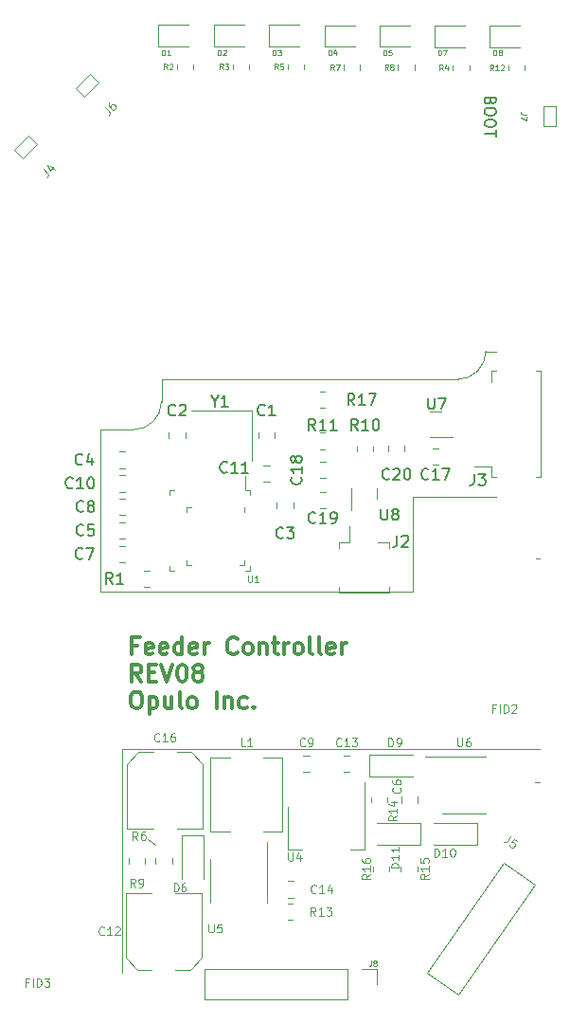
<source format=gbr>
G04 #@! TF.GenerationSoftware,KiCad,Pcbnew,(6.0.1-0)*
G04 #@! TF.CreationDate,2022-10-06T15:49:35-04:00*
G04 #@! TF.ProjectId,mobo,6d6f626f-2e6b-4696-9361-645f70636258,rev?*
G04 #@! TF.SameCoordinates,Original*
G04 #@! TF.FileFunction,Legend,Top*
G04 #@! TF.FilePolarity,Positive*
%FSLAX46Y46*%
G04 Gerber Fmt 4.6, Leading zero omitted, Abs format (unit mm)*
G04 Created by KiCad (PCBNEW (6.0.1-0)) date 2022-10-06 15:49:35*
%MOMM*%
%LPD*%
G01*
G04 APERTURE LIST*
%ADD10C,0.200000*%
%ADD11C,0.120000*%
%ADD12C,0.300000*%
%ADD13C,0.100000*%
%ADD14C,0.150000*%
G04 APERTURE END LIST*
D10*
X127221428Y-38142857D02*
X127173809Y-38285714D01*
X127126190Y-38333333D01*
X127030952Y-38380952D01*
X126888095Y-38380952D01*
X126792857Y-38333333D01*
X126745238Y-38285714D01*
X126697619Y-38190476D01*
X126697619Y-37809523D01*
X127697619Y-37809523D01*
X127697619Y-38142857D01*
X127650000Y-38238095D01*
X127602380Y-38285714D01*
X127507142Y-38333333D01*
X127411904Y-38333333D01*
X127316666Y-38285714D01*
X127269047Y-38238095D01*
X127221428Y-38142857D01*
X127221428Y-37809523D01*
X127697619Y-39000000D02*
X127697619Y-39190476D01*
X127650000Y-39285714D01*
X127554761Y-39380952D01*
X127364285Y-39428571D01*
X127030952Y-39428571D01*
X126840476Y-39380952D01*
X126745238Y-39285714D01*
X126697619Y-39190476D01*
X126697619Y-39000000D01*
X126745238Y-38904761D01*
X126840476Y-38809523D01*
X127030952Y-38761904D01*
X127364285Y-38761904D01*
X127554761Y-38809523D01*
X127650000Y-38904761D01*
X127697619Y-39000000D01*
X127697619Y-40047619D02*
X127697619Y-40238095D01*
X127650000Y-40333333D01*
X127554761Y-40428571D01*
X127364285Y-40476190D01*
X127030952Y-40476190D01*
X126840476Y-40428571D01*
X126745238Y-40333333D01*
X126697619Y-40238095D01*
X126697619Y-40047619D01*
X126745238Y-39952380D01*
X126840476Y-39857142D01*
X127030952Y-39809523D01*
X127364285Y-39809523D01*
X127554761Y-39857142D01*
X127650000Y-39952380D01*
X127697619Y-40047619D01*
X127697619Y-40761904D02*
X127697619Y-41333333D01*
X126697619Y-41047619D02*
X127697619Y-41047619D01*
D11*
X94300000Y-96000000D02*
X131600000Y-96000000D01*
X96600000Y-104100000D02*
X97250000Y-104600000D01*
X124300000Y-63000000D02*
G75*
G03*
X126800000Y-60500000I0J2500000D01*
G01*
X131200000Y-99000000D02*
X131600000Y-99000000D01*
X127700000Y-73500000D02*
X120300000Y-73500000D01*
X97800000Y-63000000D02*
X97800000Y-65000000D01*
X127700000Y-60500000D02*
X126800000Y-60500000D01*
X95300000Y-67500000D02*
G75*
G03*
X97800000Y-65000000I0J2500000D01*
G01*
X92300000Y-82000000D02*
X92300000Y-67500000D01*
X94300000Y-116000000D02*
X94300000Y-96000000D01*
X104300000Y-96000000D02*
X112300000Y-96000000D01*
X95300000Y-67500000D02*
X92300000Y-67500000D01*
X120300000Y-82000000D02*
X92300000Y-82000000D01*
X124300000Y-63000000D02*
X97800000Y-63000000D01*
X120300000Y-82000000D02*
X120300000Y-73500000D01*
X131300000Y-79000000D02*
X131600000Y-79000000D01*
D12*
X95652142Y-86777857D02*
X95152142Y-86777857D01*
X95152142Y-87563571D02*
X95152142Y-86063571D01*
X95866428Y-86063571D01*
X97009285Y-87492142D02*
X96866428Y-87563571D01*
X96580714Y-87563571D01*
X96437857Y-87492142D01*
X96366428Y-87349285D01*
X96366428Y-86777857D01*
X96437857Y-86635000D01*
X96580714Y-86563571D01*
X96866428Y-86563571D01*
X97009285Y-86635000D01*
X97080714Y-86777857D01*
X97080714Y-86920714D01*
X96366428Y-87063571D01*
X98295000Y-87492142D02*
X98152142Y-87563571D01*
X97866428Y-87563571D01*
X97723571Y-87492142D01*
X97652142Y-87349285D01*
X97652142Y-86777857D01*
X97723571Y-86635000D01*
X97866428Y-86563571D01*
X98152142Y-86563571D01*
X98295000Y-86635000D01*
X98366428Y-86777857D01*
X98366428Y-86920714D01*
X97652142Y-87063571D01*
X99652142Y-87563571D02*
X99652142Y-86063571D01*
X99652142Y-87492142D02*
X99509285Y-87563571D01*
X99223571Y-87563571D01*
X99080714Y-87492142D01*
X99009285Y-87420714D01*
X98937857Y-87277857D01*
X98937857Y-86849285D01*
X99009285Y-86706428D01*
X99080714Y-86635000D01*
X99223571Y-86563571D01*
X99509285Y-86563571D01*
X99652142Y-86635000D01*
X100937857Y-87492142D02*
X100795000Y-87563571D01*
X100509285Y-87563571D01*
X100366428Y-87492142D01*
X100295000Y-87349285D01*
X100295000Y-86777857D01*
X100366428Y-86635000D01*
X100509285Y-86563571D01*
X100795000Y-86563571D01*
X100937857Y-86635000D01*
X101009285Y-86777857D01*
X101009285Y-86920714D01*
X100295000Y-87063571D01*
X101652142Y-87563571D02*
X101652142Y-86563571D01*
X101652142Y-86849285D02*
X101723571Y-86706428D01*
X101795000Y-86635000D01*
X101937857Y-86563571D01*
X102080714Y-86563571D01*
X104580714Y-87420714D02*
X104509285Y-87492142D01*
X104295000Y-87563571D01*
X104152142Y-87563571D01*
X103937857Y-87492142D01*
X103795000Y-87349285D01*
X103723571Y-87206428D01*
X103652142Y-86920714D01*
X103652142Y-86706428D01*
X103723571Y-86420714D01*
X103795000Y-86277857D01*
X103937857Y-86135000D01*
X104152142Y-86063571D01*
X104295000Y-86063571D01*
X104509285Y-86135000D01*
X104580714Y-86206428D01*
X105437857Y-87563571D02*
X105295000Y-87492142D01*
X105223571Y-87420714D01*
X105152142Y-87277857D01*
X105152142Y-86849285D01*
X105223571Y-86706428D01*
X105295000Y-86635000D01*
X105437857Y-86563571D01*
X105652142Y-86563571D01*
X105795000Y-86635000D01*
X105866428Y-86706428D01*
X105937857Y-86849285D01*
X105937857Y-87277857D01*
X105866428Y-87420714D01*
X105795000Y-87492142D01*
X105652142Y-87563571D01*
X105437857Y-87563571D01*
X106580714Y-86563571D02*
X106580714Y-87563571D01*
X106580714Y-86706428D02*
X106652142Y-86635000D01*
X106795000Y-86563571D01*
X107009285Y-86563571D01*
X107152142Y-86635000D01*
X107223571Y-86777857D01*
X107223571Y-87563571D01*
X107723571Y-86563571D02*
X108295000Y-86563571D01*
X107937857Y-86063571D02*
X107937857Y-87349285D01*
X108009285Y-87492142D01*
X108152142Y-87563571D01*
X108295000Y-87563571D01*
X108795000Y-87563571D02*
X108795000Y-86563571D01*
X108795000Y-86849285D02*
X108866428Y-86706428D01*
X108937857Y-86635000D01*
X109080714Y-86563571D01*
X109223571Y-86563571D01*
X109937857Y-87563571D02*
X109795000Y-87492142D01*
X109723571Y-87420714D01*
X109652142Y-87277857D01*
X109652142Y-86849285D01*
X109723571Y-86706428D01*
X109795000Y-86635000D01*
X109937857Y-86563571D01*
X110152142Y-86563571D01*
X110295000Y-86635000D01*
X110366428Y-86706428D01*
X110437857Y-86849285D01*
X110437857Y-87277857D01*
X110366428Y-87420714D01*
X110295000Y-87492142D01*
X110152142Y-87563571D01*
X109937857Y-87563571D01*
X111295000Y-87563571D02*
X111152142Y-87492142D01*
X111080714Y-87349285D01*
X111080714Y-86063571D01*
X112080714Y-87563571D02*
X111937857Y-87492142D01*
X111866428Y-87349285D01*
X111866428Y-86063571D01*
X113223571Y-87492142D02*
X113080714Y-87563571D01*
X112795000Y-87563571D01*
X112652142Y-87492142D01*
X112580714Y-87349285D01*
X112580714Y-86777857D01*
X112652142Y-86635000D01*
X112795000Y-86563571D01*
X113080714Y-86563571D01*
X113223571Y-86635000D01*
X113295000Y-86777857D01*
X113295000Y-86920714D01*
X112580714Y-87063571D01*
X113937857Y-87563571D02*
X113937857Y-86563571D01*
X113937857Y-86849285D02*
X114009285Y-86706428D01*
X114080714Y-86635000D01*
X114223571Y-86563571D01*
X114366428Y-86563571D01*
X96009285Y-89978571D02*
X95509285Y-89264285D01*
X95152142Y-89978571D02*
X95152142Y-88478571D01*
X95723571Y-88478571D01*
X95866428Y-88550000D01*
X95937857Y-88621428D01*
X96009285Y-88764285D01*
X96009285Y-88978571D01*
X95937857Y-89121428D01*
X95866428Y-89192857D01*
X95723571Y-89264285D01*
X95152142Y-89264285D01*
X96652142Y-89192857D02*
X97152142Y-89192857D01*
X97366428Y-89978571D02*
X96652142Y-89978571D01*
X96652142Y-88478571D01*
X97366428Y-88478571D01*
X97795000Y-88478571D02*
X98295000Y-89978571D01*
X98795000Y-88478571D01*
X99580714Y-88478571D02*
X99723571Y-88478571D01*
X99866428Y-88550000D01*
X99937857Y-88621428D01*
X100009285Y-88764285D01*
X100080714Y-89050000D01*
X100080714Y-89407142D01*
X100009285Y-89692857D01*
X99937857Y-89835714D01*
X99866428Y-89907142D01*
X99723571Y-89978571D01*
X99580714Y-89978571D01*
X99437857Y-89907142D01*
X99366428Y-89835714D01*
X99295000Y-89692857D01*
X99223571Y-89407142D01*
X99223571Y-89050000D01*
X99295000Y-88764285D01*
X99366428Y-88621428D01*
X99437857Y-88550000D01*
X99580714Y-88478571D01*
X100937857Y-89121428D02*
X100795000Y-89050000D01*
X100723571Y-88978571D01*
X100652142Y-88835714D01*
X100652142Y-88764285D01*
X100723571Y-88621428D01*
X100795000Y-88550000D01*
X100937857Y-88478571D01*
X101223571Y-88478571D01*
X101366428Y-88550000D01*
X101437857Y-88621428D01*
X101509285Y-88764285D01*
X101509285Y-88835714D01*
X101437857Y-88978571D01*
X101366428Y-89050000D01*
X101223571Y-89121428D01*
X100937857Y-89121428D01*
X100795000Y-89192857D01*
X100723571Y-89264285D01*
X100652142Y-89407142D01*
X100652142Y-89692857D01*
X100723571Y-89835714D01*
X100795000Y-89907142D01*
X100937857Y-89978571D01*
X101223571Y-89978571D01*
X101366428Y-89907142D01*
X101437857Y-89835714D01*
X101509285Y-89692857D01*
X101509285Y-89407142D01*
X101437857Y-89264285D01*
X101366428Y-89192857D01*
X101223571Y-89121428D01*
X95437857Y-90893571D02*
X95723571Y-90893571D01*
X95866428Y-90965000D01*
X96009285Y-91107857D01*
X96080714Y-91393571D01*
X96080714Y-91893571D01*
X96009285Y-92179285D01*
X95866428Y-92322142D01*
X95723571Y-92393571D01*
X95437857Y-92393571D01*
X95295000Y-92322142D01*
X95152142Y-92179285D01*
X95080714Y-91893571D01*
X95080714Y-91393571D01*
X95152142Y-91107857D01*
X95295000Y-90965000D01*
X95437857Y-90893571D01*
X96723571Y-91393571D02*
X96723571Y-92893571D01*
X96723571Y-91465000D02*
X96866428Y-91393571D01*
X97152142Y-91393571D01*
X97295000Y-91465000D01*
X97366428Y-91536428D01*
X97437857Y-91679285D01*
X97437857Y-92107857D01*
X97366428Y-92250714D01*
X97295000Y-92322142D01*
X97152142Y-92393571D01*
X96866428Y-92393571D01*
X96723571Y-92322142D01*
X98723571Y-91393571D02*
X98723571Y-92393571D01*
X98080714Y-91393571D02*
X98080714Y-92179285D01*
X98152142Y-92322142D01*
X98295000Y-92393571D01*
X98509285Y-92393571D01*
X98652142Y-92322142D01*
X98723571Y-92250714D01*
X99652142Y-92393571D02*
X99509285Y-92322142D01*
X99437857Y-92179285D01*
X99437857Y-90893571D01*
X100437857Y-92393571D02*
X100295000Y-92322142D01*
X100223571Y-92250714D01*
X100152142Y-92107857D01*
X100152142Y-91679285D01*
X100223571Y-91536428D01*
X100295000Y-91465000D01*
X100437857Y-91393571D01*
X100652142Y-91393571D01*
X100795000Y-91465000D01*
X100866428Y-91536428D01*
X100937857Y-91679285D01*
X100937857Y-92107857D01*
X100866428Y-92250714D01*
X100795000Y-92322142D01*
X100652142Y-92393571D01*
X100437857Y-92393571D01*
X102723571Y-92393571D02*
X102723571Y-90893571D01*
X103437857Y-91393571D02*
X103437857Y-92393571D01*
X103437857Y-91536428D02*
X103509285Y-91465000D01*
X103652142Y-91393571D01*
X103866428Y-91393571D01*
X104009285Y-91465000D01*
X104080714Y-91607857D01*
X104080714Y-92393571D01*
X105437857Y-92322142D02*
X105295000Y-92393571D01*
X105009285Y-92393571D01*
X104866428Y-92322142D01*
X104795000Y-92250714D01*
X104723571Y-92107857D01*
X104723571Y-91679285D01*
X104795000Y-91536428D01*
X104866428Y-91465000D01*
X105009285Y-91393571D01*
X105295000Y-91393571D01*
X105437857Y-91465000D01*
X106080714Y-92250714D02*
X106152142Y-92322142D01*
X106080714Y-92393571D01*
X106009285Y-92322142D01*
X106080714Y-92250714D01*
X106080714Y-92393571D01*
D13*
X116533333Y-114926190D02*
X116533333Y-115283333D01*
X116509523Y-115354761D01*
X116461904Y-115402380D01*
X116390476Y-115426190D01*
X116342857Y-115426190D01*
X116842857Y-115140476D02*
X116795238Y-115116666D01*
X116771428Y-115092857D01*
X116747619Y-115045238D01*
X116747619Y-115021428D01*
X116771428Y-114973809D01*
X116795238Y-114950000D01*
X116842857Y-114926190D01*
X116938095Y-114926190D01*
X116985714Y-114950000D01*
X117009523Y-114973809D01*
X117033333Y-115021428D01*
X117033333Y-115045238D01*
X117009523Y-115092857D01*
X116985714Y-115116666D01*
X116938095Y-115140476D01*
X116842857Y-115140476D01*
X116795238Y-115164285D01*
X116771428Y-115188095D01*
X116747619Y-115235714D01*
X116747619Y-115330952D01*
X116771428Y-115378571D01*
X116795238Y-115402380D01*
X116842857Y-115426190D01*
X116938095Y-115426190D01*
X116985714Y-115402380D01*
X117009523Y-115378571D01*
X117033333Y-115330952D01*
X117033333Y-115235714D01*
X117009523Y-115188095D01*
X116985714Y-115164285D01*
X116938095Y-115140476D01*
D14*
X115057142Y-65302380D02*
X114723809Y-64826190D01*
X114485714Y-65302380D02*
X114485714Y-64302380D01*
X114866666Y-64302380D01*
X114961904Y-64350000D01*
X115009523Y-64397619D01*
X115057142Y-64492857D01*
X115057142Y-64635714D01*
X115009523Y-64730952D01*
X114961904Y-64778571D01*
X114866666Y-64826190D01*
X114485714Y-64826190D01*
X116009523Y-65302380D02*
X115438095Y-65302380D01*
X115723809Y-65302380D02*
X115723809Y-64302380D01*
X115628571Y-64445238D01*
X115533333Y-64540476D01*
X115438095Y-64588095D01*
X116342857Y-64302380D02*
X117009523Y-64302380D01*
X116580952Y-65302380D01*
D13*
X130443809Y-39333333D02*
X130086666Y-39333333D01*
X130015238Y-39309523D01*
X129967619Y-39261904D01*
X129943809Y-39190476D01*
X129943809Y-39142857D01*
X130443809Y-39523809D02*
X130443809Y-39857142D01*
X129943809Y-39642857D01*
X118066666Y-35376190D02*
X117900000Y-35138095D01*
X117780952Y-35376190D02*
X117780952Y-34876190D01*
X117971428Y-34876190D01*
X118019047Y-34900000D01*
X118042857Y-34923809D01*
X118066666Y-34971428D01*
X118066666Y-35042857D01*
X118042857Y-35090476D01*
X118019047Y-35114285D01*
X117971428Y-35138095D01*
X117780952Y-35138095D01*
X118352380Y-35090476D02*
X118304761Y-35066666D01*
X118280952Y-35042857D01*
X118257142Y-34995238D01*
X118257142Y-34971428D01*
X118280952Y-34923809D01*
X118304761Y-34900000D01*
X118352380Y-34876190D01*
X118447619Y-34876190D01*
X118495238Y-34900000D01*
X118519047Y-34923809D01*
X118542857Y-34971428D01*
X118542857Y-34995238D01*
X118519047Y-35042857D01*
X118495238Y-35066666D01*
X118447619Y-35090476D01*
X118352380Y-35090476D01*
X118304761Y-35114285D01*
X118280952Y-35138095D01*
X118257142Y-35185714D01*
X118257142Y-35280952D01*
X118280952Y-35328571D01*
X118304761Y-35352380D01*
X118352380Y-35376190D01*
X118447619Y-35376190D01*
X118495238Y-35352380D01*
X118519047Y-35328571D01*
X118542857Y-35280952D01*
X118542857Y-35185714D01*
X118519047Y-35138095D01*
X118495238Y-35114285D01*
X118447619Y-35090476D01*
X95475000Y-108339285D02*
X95225000Y-107982142D01*
X95046428Y-108339285D02*
X95046428Y-107589285D01*
X95332142Y-107589285D01*
X95403571Y-107625000D01*
X95439285Y-107660714D01*
X95475000Y-107732142D01*
X95475000Y-107839285D01*
X95439285Y-107910714D01*
X95403571Y-107946428D01*
X95332142Y-107982142D01*
X95046428Y-107982142D01*
X95832142Y-108339285D02*
X95975000Y-108339285D01*
X96046428Y-108303571D01*
X96082142Y-108267857D01*
X96153571Y-108160714D01*
X96189285Y-108017857D01*
X96189285Y-107732142D01*
X96153571Y-107660714D01*
X96117857Y-107625000D01*
X96046428Y-107589285D01*
X95903571Y-107589285D01*
X95832142Y-107625000D01*
X95796428Y-107660714D01*
X95760714Y-107732142D01*
X95760714Y-107910714D01*
X95796428Y-107982142D01*
X95832142Y-108017857D01*
X95903571Y-108053571D01*
X96046428Y-108053571D01*
X96117857Y-108017857D01*
X96153571Y-107982142D01*
X96189285Y-107910714D01*
X110625000Y-95717857D02*
X110589285Y-95753571D01*
X110482142Y-95789285D01*
X110410714Y-95789285D01*
X110303571Y-95753571D01*
X110232142Y-95682142D01*
X110196428Y-95610714D01*
X110160714Y-95467857D01*
X110160714Y-95360714D01*
X110196428Y-95217857D01*
X110232142Y-95146428D01*
X110303571Y-95075000D01*
X110410714Y-95039285D01*
X110482142Y-95039285D01*
X110589285Y-95075000D01*
X110625000Y-95110714D01*
X110982142Y-95789285D02*
X111125000Y-95789285D01*
X111196428Y-95753571D01*
X111232142Y-95717857D01*
X111303571Y-95610714D01*
X111339285Y-95467857D01*
X111339285Y-95182142D01*
X111303571Y-95110714D01*
X111267857Y-95075000D01*
X111196428Y-95039285D01*
X111053571Y-95039285D01*
X110982142Y-95075000D01*
X110946428Y-95110714D01*
X110910714Y-95182142D01*
X110910714Y-95360714D01*
X110946428Y-95432142D01*
X110982142Y-95467857D01*
X111053571Y-95503571D01*
X111196428Y-95503571D01*
X111267857Y-95467857D01*
X111303571Y-95432142D01*
X111339285Y-95360714D01*
D14*
X90733333Y-70557142D02*
X90685714Y-70604761D01*
X90542857Y-70652380D01*
X90447619Y-70652380D01*
X90304761Y-70604761D01*
X90209523Y-70509523D01*
X90161904Y-70414285D01*
X90114285Y-70223809D01*
X90114285Y-70080952D01*
X90161904Y-69890476D01*
X90209523Y-69795238D01*
X90304761Y-69700000D01*
X90447619Y-69652380D01*
X90542857Y-69652380D01*
X90685714Y-69700000D01*
X90733333Y-69747619D01*
X91590476Y-69985714D02*
X91590476Y-70652380D01*
X91352380Y-69604761D02*
X91114285Y-70319047D01*
X91733333Y-70319047D01*
X121638095Y-64652380D02*
X121638095Y-65461904D01*
X121685714Y-65557142D01*
X121733333Y-65604761D01*
X121828571Y-65652380D01*
X122019047Y-65652380D01*
X122114285Y-65604761D01*
X122161904Y-65557142D01*
X122209523Y-65461904D01*
X122209523Y-64652380D01*
X122590476Y-64652380D02*
X123257142Y-64652380D01*
X122828571Y-65652380D01*
D13*
X122189285Y-105639285D02*
X122189285Y-104889285D01*
X122367857Y-104889285D01*
X122475000Y-104925000D01*
X122546428Y-104996428D01*
X122582142Y-105067857D01*
X122617857Y-105210714D01*
X122617857Y-105317857D01*
X122582142Y-105460714D01*
X122546428Y-105532142D01*
X122475000Y-105603571D01*
X122367857Y-105639285D01*
X122189285Y-105639285D01*
X123332142Y-105639285D02*
X122903571Y-105639285D01*
X123117857Y-105639285D02*
X123117857Y-104889285D01*
X123046428Y-104996428D01*
X122975000Y-105067857D01*
X122903571Y-105103571D01*
X123796428Y-104889285D02*
X123867857Y-104889285D01*
X123939285Y-104925000D01*
X123975000Y-104960714D01*
X124010714Y-105032142D01*
X124046428Y-105175000D01*
X124046428Y-105353571D01*
X124010714Y-105496428D01*
X123975000Y-105567857D01*
X123939285Y-105603571D01*
X123867857Y-105639285D01*
X123796428Y-105639285D01*
X123725000Y-105603571D01*
X123689285Y-105567857D01*
X123653571Y-105496428D01*
X123617857Y-105353571D01*
X123617857Y-105175000D01*
X123653571Y-105032142D01*
X123689285Y-104960714D01*
X123725000Y-104925000D01*
X123796428Y-104889285D01*
D14*
X115357142Y-67552380D02*
X115023809Y-67076190D01*
X114785714Y-67552380D02*
X114785714Y-66552380D01*
X115166666Y-66552380D01*
X115261904Y-66600000D01*
X115309523Y-66647619D01*
X115357142Y-66742857D01*
X115357142Y-66885714D01*
X115309523Y-66980952D01*
X115261904Y-67028571D01*
X115166666Y-67076190D01*
X114785714Y-67076190D01*
X116309523Y-67552380D02*
X115738095Y-67552380D01*
X116023809Y-67552380D02*
X116023809Y-66552380D01*
X115928571Y-66695238D01*
X115833333Y-66790476D01*
X115738095Y-66838095D01*
X116928571Y-66552380D02*
X117023809Y-66552380D01*
X117119047Y-66600000D01*
X117166666Y-66647619D01*
X117214285Y-66742857D01*
X117261904Y-66933333D01*
X117261904Y-67171428D01*
X117214285Y-67361904D01*
X117166666Y-67457142D01*
X117119047Y-67504761D01*
X117023809Y-67552380D01*
X116928571Y-67552380D01*
X116833333Y-67504761D01*
X116785714Y-67457142D01*
X116738095Y-67361904D01*
X116690476Y-67171428D01*
X116690476Y-66933333D01*
X116738095Y-66742857D01*
X116785714Y-66647619D01*
X116833333Y-66600000D01*
X116928571Y-66552380D01*
D13*
X118096428Y-95789285D02*
X118096428Y-95039285D01*
X118275000Y-95039285D01*
X118382142Y-95075000D01*
X118453571Y-95146428D01*
X118489285Y-95217857D01*
X118525000Y-95360714D01*
X118525000Y-95467857D01*
X118489285Y-95610714D01*
X118453571Y-95682142D01*
X118382142Y-95753571D01*
X118275000Y-95789285D01*
X118096428Y-95789285D01*
X118882142Y-95789285D02*
X119025000Y-95789285D01*
X119096428Y-95753571D01*
X119132142Y-95717857D01*
X119203571Y-95610714D01*
X119239285Y-95467857D01*
X119239285Y-95182142D01*
X119203571Y-95110714D01*
X119167857Y-95075000D01*
X119096428Y-95039285D01*
X118953571Y-95039285D01*
X118882142Y-95075000D01*
X118846428Y-95110714D01*
X118810714Y-95182142D01*
X118810714Y-95360714D01*
X118846428Y-95432142D01*
X118882142Y-95467857D01*
X118953571Y-95503571D01*
X119096428Y-95503571D01*
X119167857Y-95467857D01*
X119203571Y-95432142D01*
X119239285Y-95360714D01*
X105538692Y-80509168D02*
X105538692Y-80994882D01*
X105567263Y-81052025D01*
X105595835Y-81080597D01*
X105652977Y-81109168D01*
X105767263Y-81109168D01*
X105824406Y-81080597D01*
X105852977Y-81052025D01*
X105881549Y-80994882D01*
X105881549Y-80509168D01*
X106481549Y-81109168D02*
X106138692Y-81109168D01*
X106310120Y-81109168D02*
X106310120Y-80509168D01*
X106252977Y-80594882D01*
X106195835Y-80652025D01*
X106138692Y-80680597D01*
X103316666Y-35326190D02*
X103150000Y-35088095D01*
X103030952Y-35326190D02*
X103030952Y-34826190D01*
X103221428Y-34826190D01*
X103269047Y-34850000D01*
X103292857Y-34873809D01*
X103316666Y-34921428D01*
X103316666Y-34992857D01*
X103292857Y-35040476D01*
X103269047Y-35064285D01*
X103221428Y-35088095D01*
X103030952Y-35088095D01*
X103483333Y-34826190D02*
X103792857Y-34826190D01*
X103626190Y-35016666D01*
X103697619Y-35016666D01*
X103745238Y-35040476D01*
X103769047Y-35064285D01*
X103792857Y-35111904D01*
X103792857Y-35230952D01*
X103769047Y-35278571D01*
X103745238Y-35302380D01*
X103697619Y-35326190D01*
X103554761Y-35326190D01*
X103507142Y-35302380D01*
X103483333Y-35278571D01*
X107730952Y-34076190D02*
X107730952Y-33576190D01*
X107850000Y-33576190D01*
X107921428Y-33600000D01*
X107969047Y-33647619D01*
X107992857Y-33695238D01*
X108016666Y-33790476D01*
X108016666Y-33861904D01*
X107992857Y-33957142D01*
X107969047Y-34004761D01*
X107921428Y-34052380D01*
X107850000Y-34076190D01*
X107730952Y-34076190D01*
X108183333Y-33576190D02*
X108492857Y-33576190D01*
X108326190Y-33766666D01*
X108397619Y-33766666D01*
X108445238Y-33790476D01*
X108469047Y-33814285D01*
X108492857Y-33861904D01*
X108492857Y-33980952D01*
X108469047Y-34028571D01*
X108445238Y-34052380D01*
X108397619Y-34076190D01*
X108254761Y-34076190D01*
X108207142Y-34052380D01*
X108183333Y-34028571D01*
X98316666Y-35326190D02*
X98150000Y-35088095D01*
X98030952Y-35326190D02*
X98030952Y-34826190D01*
X98221428Y-34826190D01*
X98269047Y-34850000D01*
X98292857Y-34873809D01*
X98316666Y-34921428D01*
X98316666Y-34992857D01*
X98292857Y-35040476D01*
X98269047Y-35064285D01*
X98221428Y-35088095D01*
X98030952Y-35088095D01*
X98507142Y-34873809D02*
X98530952Y-34850000D01*
X98578571Y-34826190D01*
X98697619Y-34826190D01*
X98745238Y-34850000D01*
X98769047Y-34873809D01*
X98792857Y-34921428D01*
X98792857Y-34969047D01*
X98769047Y-35040476D01*
X98483333Y-35326190D01*
X98792857Y-35326190D01*
X109128571Y-105239285D02*
X109128571Y-105846428D01*
X109164285Y-105917857D01*
X109200000Y-105953571D01*
X109271428Y-105989285D01*
X109414285Y-105989285D01*
X109485714Y-105953571D01*
X109521428Y-105917857D01*
X109557142Y-105846428D01*
X109557142Y-105239285D01*
X110235714Y-105489285D02*
X110235714Y-105989285D01*
X110057142Y-105203571D02*
X109878571Y-105739285D01*
X110342857Y-105739285D01*
D14*
X102561549Y-64938095D02*
X102561549Y-65414285D01*
X102228216Y-64414285D02*
X102561549Y-64938095D01*
X102894882Y-64414285D01*
X103752025Y-65414285D02*
X103180597Y-65414285D01*
X103466311Y-65414285D02*
X103466311Y-64414285D01*
X103371073Y-64557143D01*
X103275835Y-64652381D01*
X103180597Y-64700000D01*
X90733333Y-78957142D02*
X90685714Y-79004761D01*
X90542857Y-79052380D01*
X90447619Y-79052380D01*
X90304761Y-79004761D01*
X90209523Y-78909523D01*
X90161904Y-78814285D01*
X90114285Y-78623809D01*
X90114285Y-78480952D01*
X90161904Y-78290476D01*
X90209523Y-78195238D01*
X90304761Y-78100000D01*
X90447619Y-78052380D01*
X90542857Y-78052380D01*
X90685714Y-78100000D01*
X90733333Y-78147619D01*
X91066666Y-78052380D02*
X91733333Y-78052380D01*
X91304761Y-79052380D01*
D13*
X95675000Y-104139285D02*
X95425000Y-103782142D01*
X95246428Y-104139285D02*
X95246428Y-103389285D01*
X95532142Y-103389285D01*
X95603571Y-103425000D01*
X95639285Y-103460714D01*
X95675000Y-103532142D01*
X95675000Y-103639285D01*
X95639285Y-103710714D01*
X95603571Y-103746428D01*
X95532142Y-103782142D01*
X95246428Y-103782142D01*
X96317857Y-103389285D02*
X96175000Y-103389285D01*
X96103571Y-103425000D01*
X96067857Y-103460714D01*
X95996428Y-103567857D01*
X95960714Y-103710714D01*
X95960714Y-103996428D01*
X95996428Y-104067857D01*
X96032142Y-104103571D01*
X96103571Y-104139285D01*
X96246428Y-104139285D01*
X96317857Y-104103571D01*
X96353571Y-104067857D01*
X96389285Y-103996428D01*
X96389285Y-103817857D01*
X96353571Y-103746428D01*
X96317857Y-103710714D01*
X96246428Y-103675000D01*
X96103571Y-103675000D01*
X96032142Y-103710714D01*
X95996428Y-103746428D01*
X95960714Y-103817857D01*
X113216666Y-35376190D02*
X113050000Y-35138095D01*
X112930952Y-35376190D02*
X112930952Y-34876190D01*
X113121428Y-34876190D01*
X113169047Y-34900000D01*
X113192857Y-34923809D01*
X113216666Y-34971428D01*
X113216666Y-35042857D01*
X113192857Y-35090476D01*
X113169047Y-35114285D01*
X113121428Y-35138095D01*
X112930952Y-35138095D01*
X113383333Y-34876190D02*
X113716666Y-34876190D01*
X113502380Y-35376190D01*
X127478571Y-35426190D02*
X127311904Y-35188095D01*
X127192857Y-35426190D02*
X127192857Y-34926190D01*
X127383333Y-34926190D01*
X127430952Y-34950000D01*
X127454761Y-34973809D01*
X127478571Y-35021428D01*
X127478571Y-35092857D01*
X127454761Y-35140476D01*
X127430952Y-35164285D01*
X127383333Y-35188095D01*
X127192857Y-35188095D01*
X127954761Y-35426190D02*
X127669047Y-35426190D01*
X127811904Y-35426190D02*
X127811904Y-34926190D01*
X127764285Y-34997619D01*
X127716666Y-35045238D01*
X127669047Y-35069047D01*
X128145238Y-34973809D02*
X128169047Y-34950000D01*
X128216666Y-34926190D01*
X128335714Y-34926190D01*
X128383333Y-34950000D01*
X128407142Y-34973809D01*
X128430952Y-35021428D01*
X128430952Y-35069047D01*
X128407142Y-35140476D01*
X128121428Y-35426190D01*
X128430952Y-35426190D01*
X92667857Y-112567857D02*
X92632142Y-112603571D01*
X92525000Y-112639285D01*
X92453571Y-112639285D01*
X92346428Y-112603571D01*
X92275000Y-112532142D01*
X92239285Y-112460714D01*
X92203571Y-112317857D01*
X92203571Y-112210714D01*
X92239285Y-112067857D01*
X92275000Y-111996428D01*
X92346428Y-111925000D01*
X92453571Y-111889285D01*
X92525000Y-111889285D01*
X92632142Y-111925000D01*
X92667857Y-111960714D01*
X93382142Y-112639285D02*
X92953571Y-112639285D01*
X93167857Y-112639285D02*
X93167857Y-111889285D01*
X93096428Y-111996428D01*
X93025000Y-112067857D01*
X92953571Y-112103571D01*
X93667857Y-111960714D02*
X93703571Y-111925000D01*
X93775000Y-111889285D01*
X93953571Y-111889285D01*
X94025000Y-111925000D01*
X94060714Y-111960714D01*
X94096428Y-112032142D01*
X94096428Y-112103571D01*
X94060714Y-112210714D01*
X93632142Y-112639285D01*
X94096428Y-112639285D01*
X97617857Y-95267857D02*
X97582142Y-95303571D01*
X97475000Y-95339285D01*
X97403571Y-95339285D01*
X97296428Y-95303571D01*
X97225000Y-95232142D01*
X97189285Y-95160714D01*
X97153571Y-95017857D01*
X97153571Y-94910714D01*
X97189285Y-94767857D01*
X97225000Y-94696428D01*
X97296428Y-94625000D01*
X97403571Y-94589285D01*
X97475000Y-94589285D01*
X97582142Y-94625000D01*
X97617857Y-94660714D01*
X98332142Y-95339285D02*
X97903571Y-95339285D01*
X98117857Y-95339285D02*
X98117857Y-94589285D01*
X98046428Y-94696428D01*
X97975000Y-94767857D01*
X97903571Y-94803571D01*
X98975000Y-94589285D02*
X98832142Y-94589285D01*
X98760714Y-94625000D01*
X98725000Y-94660714D01*
X98653571Y-94767857D01*
X98617857Y-94910714D01*
X98617857Y-95196428D01*
X98653571Y-95267857D01*
X98689285Y-95303571D01*
X98760714Y-95339285D01*
X98903571Y-95339285D01*
X98975000Y-95303571D01*
X99010714Y-95267857D01*
X99046428Y-95196428D01*
X99046428Y-95017857D01*
X99010714Y-94946428D01*
X98975000Y-94910714D01*
X98903571Y-94875000D01*
X98760714Y-94875000D01*
X98689285Y-94910714D01*
X98653571Y-94946428D01*
X98617857Y-95017857D01*
D14*
X111557142Y-75757142D02*
X111509523Y-75804761D01*
X111366666Y-75852380D01*
X111271428Y-75852380D01*
X111128571Y-75804761D01*
X111033333Y-75709523D01*
X110985714Y-75614285D01*
X110938095Y-75423809D01*
X110938095Y-75280952D01*
X110985714Y-75090476D01*
X111033333Y-74995238D01*
X111128571Y-74900000D01*
X111271428Y-74852380D01*
X111366666Y-74852380D01*
X111509523Y-74900000D01*
X111557142Y-74947619D01*
X112509523Y-75852380D02*
X111938095Y-75852380D01*
X112223809Y-75852380D02*
X112223809Y-74852380D01*
X112128571Y-74995238D01*
X112033333Y-75090476D01*
X111938095Y-75138095D01*
X112985714Y-75852380D02*
X113176190Y-75852380D01*
X113271428Y-75804761D01*
X113319047Y-75757142D01*
X113414285Y-75614285D01*
X113461904Y-75423809D01*
X113461904Y-75042857D01*
X113414285Y-74947619D01*
X113366666Y-74900000D01*
X113271428Y-74852380D01*
X113080952Y-74852380D01*
X112985714Y-74900000D01*
X112938095Y-74947619D01*
X112890476Y-75042857D01*
X112890476Y-75280952D01*
X112938095Y-75376190D01*
X112985714Y-75423809D01*
X113080952Y-75471428D01*
X113271428Y-75471428D01*
X113366666Y-75423809D01*
X113414285Y-75376190D01*
X113461904Y-75280952D01*
D13*
X127646428Y-92396428D02*
X127396428Y-92396428D01*
X127396428Y-92789285D02*
X127396428Y-92039285D01*
X127753571Y-92039285D01*
X128039285Y-92789285D02*
X128039285Y-92039285D01*
X128396428Y-92789285D02*
X128396428Y-92039285D01*
X128575000Y-92039285D01*
X128682142Y-92075000D01*
X128753571Y-92146428D01*
X128789285Y-92217857D01*
X128825000Y-92360714D01*
X128825000Y-92467857D01*
X128789285Y-92610714D01*
X128753571Y-92682142D01*
X128682142Y-92753571D01*
X128575000Y-92789285D01*
X128396428Y-92789285D01*
X129110714Y-92110714D02*
X129146428Y-92075000D01*
X129217857Y-92039285D01*
X129396428Y-92039285D01*
X129467857Y-92075000D01*
X129503571Y-92110714D01*
X129539285Y-92182142D01*
X129539285Y-92253571D01*
X129503571Y-92360714D01*
X129075000Y-92789285D01*
X129539285Y-92789285D01*
X122966666Y-35426190D02*
X122800000Y-35188095D01*
X122680952Y-35426190D02*
X122680952Y-34926190D01*
X122871428Y-34926190D01*
X122919047Y-34950000D01*
X122942857Y-34973809D01*
X122966666Y-35021428D01*
X122966666Y-35092857D01*
X122942857Y-35140476D01*
X122919047Y-35164285D01*
X122871428Y-35188095D01*
X122680952Y-35188095D01*
X123395238Y-35092857D02*
X123395238Y-35426190D01*
X123276190Y-34902380D02*
X123157142Y-35259523D01*
X123466666Y-35259523D01*
D14*
X108683333Y-77107142D02*
X108635714Y-77154761D01*
X108492857Y-77202380D01*
X108397619Y-77202380D01*
X108254761Y-77154761D01*
X108159523Y-77059523D01*
X108111904Y-76964285D01*
X108064285Y-76773809D01*
X108064285Y-76630952D01*
X108111904Y-76440476D01*
X108159523Y-76345238D01*
X108254761Y-76250000D01*
X108397619Y-76202380D01*
X108492857Y-76202380D01*
X108635714Y-76250000D01*
X108683333Y-76297619D01*
X109016666Y-76202380D02*
X109635714Y-76202380D01*
X109302380Y-76583333D01*
X109445238Y-76583333D01*
X109540476Y-76630952D01*
X109588095Y-76678571D01*
X109635714Y-76773809D01*
X109635714Y-77011904D01*
X109588095Y-77107142D01*
X109540476Y-77154761D01*
X109445238Y-77202380D01*
X109159523Y-77202380D01*
X109064285Y-77154761D01*
X109016666Y-77107142D01*
D13*
X92732804Y-38686357D02*
X93111611Y-39065165D01*
X93162119Y-39166180D01*
X93162119Y-39267195D01*
X93111611Y-39368210D01*
X93061104Y-39418718D01*
X93212626Y-38206535D02*
X93111611Y-38307550D01*
X93086357Y-38383312D01*
X93086357Y-38433819D01*
X93111611Y-38560088D01*
X93187373Y-38686357D01*
X93389403Y-38888388D01*
X93465165Y-38913642D01*
X93515672Y-38913642D01*
X93591434Y-38888388D01*
X93692449Y-38787373D01*
X93717703Y-38711611D01*
X93717703Y-38661104D01*
X93692449Y-38585342D01*
X93566180Y-38459073D01*
X93490418Y-38433819D01*
X93439911Y-38433819D01*
X93364149Y-38459073D01*
X93263134Y-38560088D01*
X93237880Y-38635850D01*
X93237880Y-38686357D01*
X93263134Y-38762119D01*
X111617857Y-108817857D02*
X111582142Y-108853571D01*
X111475000Y-108889285D01*
X111403571Y-108889285D01*
X111296428Y-108853571D01*
X111225000Y-108782142D01*
X111189285Y-108710714D01*
X111153571Y-108567857D01*
X111153571Y-108460714D01*
X111189285Y-108317857D01*
X111225000Y-108246428D01*
X111296428Y-108175000D01*
X111403571Y-108139285D01*
X111475000Y-108139285D01*
X111582142Y-108175000D01*
X111617857Y-108210714D01*
X112332142Y-108889285D02*
X111903571Y-108889285D01*
X112117857Y-108889285D02*
X112117857Y-108139285D01*
X112046428Y-108246428D01*
X111975000Y-108317857D01*
X111903571Y-108353571D01*
X112975000Y-108389285D02*
X112975000Y-108889285D01*
X112796428Y-108103571D02*
X112617857Y-108639285D01*
X113082142Y-108639285D01*
D14*
X117438095Y-74552380D02*
X117438095Y-75361904D01*
X117485714Y-75457142D01*
X117533333Y-75504761D01*
X117628571Y-75552380D01*
X117819047Y-75552380D01*
X117914285Y-75504761D01*
X117961904Y-75457142D01*
X118009523Y-75361904D01*
X118009523Y-74552380D01*
X118628571Y-74980952D02*
X118533333Y-74933333D01*
X118485714Y-74885714D01*
X118438095Y-74790476D01*
X118438095Y-74742857D01*
X118485714Y-74647619D01*
X118533333Y-74600000D01*
X118628571Y-74552380D01*
X118819047Y-74552380D01*
X118914285Y-74600000D01*
X118961904Y-74647619D01*
X119009523Y-74742857D01*
X119009523Y-74790476D01*
X118961904Y-74885714D01*
X118914285Y-74933333D01*
X118819047Y-74980952D01*
X118628571Y-74980952D01*
X118533333Y-75028571D01*
X118485714Y-75076190D01*
X118438095Y-75171428D01*
X118438095Y-75361904D01*
X118485714Y-75457142D01*
X118533333Y-75504761D01*
X118628571Y-75552380D01*
X118819047Y-75552380D01*
X118914285Y-75504761D01*
X118961904Y-75457142D01*
X119009523Y-75361904D01*
X119009523Y-75171428D01*
X118961904Y-75076190D01*
X118914285Y-75028571D01*
X118819047Y-74980952D01*
D13*
X121689285Y-107182142D02*
X121332142Y-107432142D01*
X121689285Y-107610714D02*
X120939285Y-107610714D01*
X120939285Y-107325000D01*
X120975000Y-107253571D01*
X121010714Y-107217857D01*
X121082142Y-107182142D01*
X121189285Y-107182142D01*
X121260714Y-107217857D01*
X121296428Y-107253571D01*
X121332142Y-107325000D01*
X121332142Y-107610714D01*
X121689285Y-106467857D02*
X121689285Y-106896428D01*
X121689285Y-106682142D02*
X120939285Y-106682142D01*
X121046428Y-106753571D01*
X121117857Y-106825000D01*
X121153571Y-106896428D01*
X120939285Y-105789285D02*
X120939285Y-106146428D01*
X121296428Y-106182142D01*
X121260714Y-106146428D01*
X121225000Y-106075000D01*
X121225000Y-105896428D01*
X121260714Y-105825000D01*
X121296428Y-105789285D01*
X121367857Y-105753571D01*
X121546428Y-105753571D01*
X121617857Y-105789285D01*
X121653571Y-105825000D01*
X121689285Y-105896428D01*
X121689285Y-106075000D01*
X121653571Y-106146428D01*
X121617857Y-106182142D01*
D14*
X125766666Y-71452380D02*
X125766666Y-72166666D01*
X125719047Y-72309523D01*
X125623809Y-72404761D01*
X125480952Y-72452380D01*
X125385714Y-72452380D01*
X126147619Y-71452380D02*
X126766666Y-71452380D01*
X126433333Y-71833333D01*
X126576190Y-71833333D01*
X126671428Y-71880952D01*
X126719047Y-71928571D01*
X126766666Y-72023809D01*
X126766666Y-72261904D01*
X126719047Y-72357142D01*
X126671428Y-72404761D01*
X126576190Y-72452380D01*
X126290476Y-72452380D01*
X126195238Y-72404761D01*
X126147619Y-72357142D01*
D13*
X113867857Y-95717857D02*
X113832142Y-95753571D01*
X113725000Y-95789285D01*
X113653571Y-95789285D01*
X113546428Y-95753571D01*
X113475000Y-95682142D01*
X113439285Y-95610714D01*
X113403571Y-95467857D01*
X113403571Y-95360714D01*
X113439285Y-95217857D01*
X113475000Y-95146428D01*
X113546428Y-95075000D01*
X113653571Y-95039285D01*
X113725000Y-95039285D01*
X113832142Y-95075000D01*
X113867857Y-95110714D01*
X114582142Y-95789285D02*
X114153571Y-95789285D01*
X114367857Y-95789285D02*
X114367857Y-95039285D01*
X114296428Y-95146428D01*
X114225000Y-95217857D01*
X114153571Y-95253571D01*
X114832142Y-95039285D02*
X115296428Y-95039285D01*
X115046428Y-95325000D01*
X115153571Y-95325000D01*
X115225000Y-95360714D01*
X115260714Y-95396428D01*
X115296428Y-95467857D01*
X115296428Y-95646428D01*
X115260714Y-95717857D01*
X115225000Y-95753571D01*
X115153571Y-95789285D01*
X114939285Y-95789285D01*
X114867857Y-95753571D01*
X114832142Y-95717857D01*
D14*
X90833333Y-76857142D02*
X90785714Y-76904761D01*
X90642857Y-76952380D01*
X90547619Y-76952380D01*
X90404761Y-76904761D01*
X90309523Y-76809523D01*
X90261904Y-76714285D01*
X90214285Y-76523809D01*
X90214285Y-76380952D01*
X90261904Y-76190476D01*
X90309523Y-76095238D01*
X90404761Y-76000000D01*
X90547619Y-75952380D01*
X90642857Y-75952380D01*
X90785714Y-76000000D01*
X90833333Y-76047619D01*
X91738095Y-75952380D02*
X91261904Y-75952380D01*
X91214285Y-76428571D01*
X91261904Y-76380952D01*
X91357142Y-76333333D01*
X91595238Y-76333333D01*
X91690476Y-76380952D01*
X91738095Y-76428571D01*
X91785714Y-76523809D01*
X91785714Y-76761904D01*
X91738095Y-76857142D01*
X91690476Y-76904761D01*
X91595238Y-76952380D01*
X91357142Y-76952380D01*
X91261904Y-76904761D01*
X91214285Y-76857142D01*
X111557142Y-67552380D02*
X111223809Y-67076190D01*
X110985714Y-67552380D02*
X110985714Y-66552380D01*
X111366666Y-66552380D01*
X111461904Y-66600000D01*
X111509523Y-66647619D01*
X111557142Y-66742857D01*
X111557142Y-66885714D01*
X111509523Y-66980952D01*
X111461904Y-67028571D01*
X111366666Y-67076190D01*
X110985714Y-67076190D01*
X112509523Y-67552380D02*
X111938095Y-67552380D01*
X112223809Y-67552380D02*
X112223809Y-66552380D01*
X112128571Y-66695238D01*
X112033333Y-66790476D01*
X111938095Y-66838095D01*
X113461904Y-67552380D02*
X112890476Y-67552380D01*
X113176190Y-67552380D02*
X113176190Y-66552380D01*
X113080952Y-66695238D01*
X112985714Y-66790476D01*
X112890476Y-66838095D01*
D13*
X122530952Y-34076190D02*
X122530952Y-33576190D01*
X122650000Y-33576190D01*
X122721428Y-33600000D01*
X122769047Y-33647619D01*
X122792857Y-33695238D01*
X122816666Y-33790476D01*
X122816666Y-33861904D01*
X122792857Y-33957142D01*
X122769047Y-34004761D01*
X122721428Y-34052380D01*
X122650000Y-34076190D01*
X122530952Y-34076190D01*
X122983333Y-33576190D02*
X123316666Y-33576190D01*
X123102380Y-34076190D01*
D14*
X110257142Y-71742857D02*
X110304761Y-71790476D01*
X110352380Y-71933333D01*
X110352380Y-72028571D01*
X110304761Y-72171428D01*
X110209523Y-72266666D01*
X110114285Y-72314285D01*
X109923809Y-72361904D01*
X109780952Y-72361904D01*
X109590476Y-72314285D01*
X109495238Y-72266666D01*
X109400000Y-72171428D01*
X109352380Y-72028571D01*
X109352380Y-71933333D01*
X109400000Y-71790476D01*
X109447619Y-71742857D01*
X110352380Y-70790476D02*
X110352380Y-71361904D01*
X110352380Y-71076190D02*
X109352380Y-71076190D01*
X109495238Y-71171428D01*
X109590476Y-71266666D01*
X109638095Y-71361904D01*
X109780952Y-70219047D02*
X109733333Y-70314285D01*
X109685714Y-70361904D01*
X109590476Y-70409523D01*
X109542857Y-70409523D01*
X109447619Y-70361904D01*
X109400000Y-70314285D01*
X109352380Y-70219047D01*
X109352380Y-70028571D01*
X109400000Y-69933333D01*
X109447619Y-69885714D01*
X109542857Y-69838095D01*
X109590476Y-69838095D01*
X109685714Y-69885714D01*
X109733333Y-69933333D01*
X109780952Y-70028571D01*
X109780952Y-70219047D01*
X109828571Y-70314285D01*
X109876190Y-70361904D01*
X109971428Y-70409523D01*
X110161904Y-70409523D01*
X110257142Y-70361904D01*
X110304761Y-70314285D01*
X110352380Y-70219047D01*
X110352380Y-70028571D01*
X110304761Y-69933333D01*
X110257142Y-69885714D01*
X110161904Y-69838095D01*
X109971428Y-69838095D01*
X109876190Y-69885714D01*
X109828571Y-69933333D01*
X109780952Y-70028571D01*
D13*
X119117857Y-99475000D02*
X119153571Y-99510714D01*
X119189285Y-99617857D01*
X119189285Y-99689285D01*
X119153571Y-99796428D01*
X119082142Y-99867857D01*
X119010714Y-99903571D01*
X118867857Y-99939285D01*
X118760714Y-99939285D01*
X118617857Y-99903571D01*
X118546428Y-99867857D01*
X118475000Y-99796428D01*
X118439285Y-99689285D01*
X118439285Y-99617857D01*
X118475000Y-99510714D01*
X118510714Y-99475000D01*
X118439285Y-98832142D02*
X118439285Y-98975000D01*
X118475000Y-99046428D01*
X118510714Y-99082142D01*
X118617857Y-99153571D01*
X118760714Y-99189285D01*
X119046428Y-99189285D01*
X119117857Y-99153571D01*
X119153571Y-99117857D01*
X119189285Y-99046428D01*
X119189285Y-98903571D01*
X119153571Y-98832142D01*
X119117857Y-98796428D01*
X119046428Y-98760714D01*
X118867857Y-98760714D01*
X118796428Y-98796428D01*
X118760714Y-98832142D01*
X118725000Y-98903571D01*
X118725000Y-99046428D01*
X118760714Y-99117857D01*
X118796428Y-99153571D01*
X118867857Y-99189285D01*
X102830952Y-34076190D02*
X102830952Y-33576190D01*
X102950000Y-33576190D01*
X103021428Y-33600000D01*
X103069047Y-33647619D01*
X103092857Y-33695238D01*
X103116666Y-33790476D01*
X103116666Y-33861904D01*
X103092857Y-33957142D01*
X103069047Y-34004761D01*
X103021428Y-34052380D01*
X102950000Y-34076190D01*
X102830952Y-34076190D01*
X103307142Y-33623809D02*
X103330952Y-33600000D01*
X103378571Y-33576190D01*
X103497619Y-33576190D01*
X103545238Y-33600000D01*
X103569047Y-33623809D01*
X103592857Y-33671428D01*
X103592857Y-33719047D01*
X103569047Y-33790476D01*
X103283333Y-34076190D01*
X103592857Y-34076190D01*
D14*
X118866666Y-76952380D02*
X118866666Y-77666666D01*
X118819047Y-77809523D01*
X118723809Y-77904761D01*
X118580952Y-77952380D01*
X118485714Y-77952380D01*
X119295238Y-77047619D02*
X119342857Y-77000000D01*
X119438095Y-76952380D01*
X119676190Y-76952380D01*
X119771428Y-77000000D01*
X119819047Y-77047619D01*
X119866666Y-77142857D01*
X119866666Y-77238095D01*
X119819047Y-77380952D01*
X119247619Y-77952380D01*
X119866666Y-77952380D01*
D13*
X124278571Y-95039285D02*
X124278571Y-95646428D01*
X124314285Y-95717857D01*
X124350000Y-95753571D01*
X124421428Y-95789285D01*
X124564285Y-95789285D01*
X124635714Y-95753571D01*
X124671428Y-95717857D01*
X124707142Y-95646428D01*
X124707142Y-95039285D01*
X125385714Y-95039285D02*
X125242857Y-95039285D01*
X125171428Y-95075000D01*
X125135714Y-95110714D01*
X125064285Y-95217857D01*
X125028571Y-95360714D01*
X125028571Y-95646428D01*
X125064285Y-95717857D01*
X125100000Y-95753571D01*
X125171428Y-95789285D01*
X125314285Y-95789285D01*
X125385714Y-95753571D01*
X125421428Y-95717857D01*
X125457142Y-95646428D01*
X125457142Y-95467857D01*
X125421428Y-95396428D01*
X125385714Y-95360714D01*
X125314285Y-95325000D01*
X125171428Y-95325000D01*
X125100000Y-95360714D01*
X125064285Y-95396428D01*
X125028571Y-95467857D01*
X118839285Y-101967857D02*
X118482142Y-102184523D01*
X118839285Y-102339285D02*
X118089285Y-102339285D01*
X118089285Y-102091666D01*
X118125000Y-102029761D01*
X118160714Y-101998809D01*
X118232142Y-101967857D01*
X118339285Y-101967857D01*
X118410714Y-101998809D01*
X118446428Y-102029761D01*
X118482142Y-102091666D01*
X118482142Y-102339285D01*
X118839285Y-101348809D02*
X118839285Y-101720238D01*
X118839285Y-101534523D02*
X118089285Y-101534523D01*
X118196428Y-101596428D01*
X118267857Y-101658333D01*
X118303571Y-101720238D01*
X118339285Y-100791666D02*
X118839285Y-100791666D01*
X118053571Y-100946428D02*
X118589285Y-101101190D01*
X118589285Y-100698809D01*
D14*
X93433333Y-81252380D02*
X93100000Y-80776190D01*
X92861904Y-81252380D02*
X92861904Y-80252380D01*
X93242857Y-80252380D01*
X93338095Y-80300000D01*
X93385714Y-80347619D01*
X93433333Y-80442857D01*
X93433333Y-80585714D01*
X93385714Y-80680952D01*
X93338095Y-80728571D01*
X93242857Y-80776190D01*
X92861904Y-80776190D01*
X94385714Y-81252380D02*
X93814285Y-81252380D01*
X94100000Y-81252380D02*
X94100000Y-80252380D01*
X94004761Y-80395238D01*
X93909523Y-80490476D01*
X93814285Y-80538095D01*
X103657142Y-71257142D02*
X103609523Y-71304761D01*
X103466666Y-71352380D01*
X103371428Y-71352380D01*
X103228571Y-71304761D01*
X103133333Y-71209523D01*
X103085714Y-71114285D01*
X103038095Y-70923809D01*
X103038095Y-70780952D01*
X103085714Y-70590476D01*
X103133333Y-70495238D01*
X103228571Y-70400000D01*
X103371428Y-70352380D01*
X103466666Y-70352380D01*
X103609523Y-70400000D01*
X103657142Y-70447619D01*
X104609523Y-71352380D02*
X104038095Y-71352380D01*
X104323809Y-71352380D02*
X104323809Y-70352380D01*
X104228571Y-70495238D01*
X104133333Y-70590476D01*
X104038095Y-70638095D01*
X105561904Y-71352380D02*
X104990476Y-71352380D01*
X105276190Y-71352380D02*
X105276190Y-70352380D01*
X105180952Y-70495238D01*
X105085714Y-70590476D01*
X104990476Y-70638095D01*
D13*
X116489285Y-107182142D02*
X116132142Y-107432142D01*
X116489285Y-107610714D02*
X115739285Y-107610714D01*
X115739285Y-107325000D01*
X115775000Y-107253571D01*
X115810714Y-107217857D01*
X115882142Y-107182142D01*
X115989285Y-107182142D01*
X116060714Y-107217857D01*
X116096428Y-107253571D01*
X116132142Y-107325000D01*
X116132142Y-107610714D01*
X116489285Y-106467857D02*
X116489285Y-106896428D01*
X116489285Y-106682142D02*
X115739285Y-106682142D01*
X115846428Y-106753571D01*
X115917857Y-106825000D01*
X115953571Y-106896428D01*
X115739285Y-105825000D02*
X115739285Y-105967857D01*
X115775000Y-106039285D01*
X115810714Y-106075000D01*
X115917857Y-106146428D01*
X116060714Y-106182142D01*
X116346428Y-106182142D01*
X116417857Y-106146428D01*
X116453571Y-106110714D01*
X116489285Y-106039285D01*
X116489285Y-105896428D01*
X116453571Y-105825000D01*
X116417857Y-105789285D01*
X116346428Y-105753571D01*
X116167857Y-105753571D01*
X116096428Y-105789285D01*
X116060714Y-105825000D01*
X116025000Y-105896428D01*
X116025000Y-106039285D01*
X116060714Y-106110714D01*
X116096428Y-106146428D01*
X116167857Y-106182142D01*
X105275000Y-95789285D02*
X104917857Y-95789285D01*
X104917857Y-95039285D01*
X105917857Y-95789285D02*
X105489285Y-95789285D01*
X105703571Y-95789285D02*
X105703571Y-95039285D01*
X105632142Y-95146428D01*
X105560714Y-95217857D01*
X105489285Y-95253571D01*
D14*
X121657142Y-71857142D02*
X121609523Y-71904761D01*
X121466666Y-71952380D01*
X121371428Y-71952380D01*
X121228571Y-71904761D01*
X121133333Y-71809523D01*
X121085714Y-71714285D01*
X121038095Y-71523809D01*
X121038095Y-71380952D01*
X121085714Y-71190476D01*
X121133333Y-71095238D01*
X121228571Y-71000000D01*
X121371428Y-70952380D01*
X121466666Y-70952380D01*
X121609523Y-71000000D01*
X121657142Y-71047619D01*
X122609523Y-71952380D02*
X122038095Y-71952380D01*
X122323809Y-71952380D02*
X122323809Y-70952380D01*
X122228571Y-71095238D01*
X122133333Y-71190476D01*
X122038095Y-71238095D01*
X122942857Y-70952380D02*
X123609523Y-70952380D01*
X123180952Y-71952380D01*
D13*
X97830952Y-34076190D02*
X97830952Y-33576190D01*
X97950000Y-33576190D01*
X98021428Y-33600000D01*
X98069047Y-33647619D01*
X98092857Y-33695238D01*
X98116666Y-33790476D01*
X98116666Y-33861904D01*
X98092857Y-33957142D01*
X98069047Y-34004761D01*
X98021428Y-34052380D01*
X97950000Y-34076190D01*
X97830952Y-34076190D01*
X98592857Y-34076190D02*
X98307142Y-34076190D01*
X98450000Y-34076190D02*
X98450000Y-33576190D01*
X98402380Y-33647619D01*
X98354761Y-33695238D01*
X98307142Y-33719047D01*
D14*
X107033333Y-66157142D02*
X106985714Y-66204761D01*
X106842857Y-66252380D01*
X106747619Y-66252380D01*
X106604761Y-66204761D01*
X106509523Y-66109523D01*
X106461904Y-66014285D01*
X106414285Y-65823809D01*
X106414285Y-65680952D01*
X106461904Y-65490476D01*
X106509523Y-65395238D01*
X106604761Y-65300000D01*
X106747619Y-65252380D01*
X106842857Y-65252380D01*
X106985714Y-65300000D01*
X107033333Y-65347619D01*
X107985714Y-66252380D02*
X107414285Y-66252380D01*
X107700000Y-66252380D02*
X107700000Y-65252380D01*
X107604761Y-65395238D01*
X107509523Y-65490476D01*
X107414285Y-65538095D01*
D13*
X117630952Y-34076190D02*
X117630952Y-33576190D01*
X117750000Y-33576190D01*
X117821428Y-33600000D01*
X117869047Y-33647619D01*
X117892857Y-33695238D01*
X117916666Y-33790476D01*
X117916666Y-33861904D01*
X117892857Y-33957142D01*
X117869047Y-34004761D01*
X117821428Y-34052380D01*
X117750000Y-34076190D01*
X117630952Y-34076190D01*
X118369047Y-33576190D02*
X118130952Y-33576190D01*
X118107142Y-33814285D01*
X118130952Y-33790476D01*
X118178571Y-33766666D01*
X118297619Y-33766666D01*
X118345238Y-33790476D01*
X118369047Y-33814285D01*
X118392857Y-33861904D01*
X118392857Y-33980952D01*
X118369047Y-34028571D01*
X118345238Y-34052380D01*
X118297619Y-34076190D01*
X118178571Y-34076190D01*
X118130952Y-34052380D01*
X118107142Y-34028571D01*
D14*
X90833333Y-74757142D02*
X90785714Y-74804761D01*
X90642857Y-74852380D01*
X90547619Y-74852380D01*
X90404761Y-74804761D01*
X90309523Y-74709523D01*
X90261904Y-74614285D01*
X90214285Y-74423809D01*
X90214285Y-74280952D01*
X90261904Y-74090476D01*
X90309523Y-73995238D01*
X90404761Y-73900000D01*
X90547619Y-73852380D01*
X90642857Y-73852380D01*
X90785714Y-73900000D01*
X90833333Y-73947619D01*
X91404761Y-74280952D02*
X91309523Y-74233333D01*
X91261904Y-74185714D01*
X91214285Y-74090476D01*
X91214285Y-74042857D01*
X91261904Y-73947619D01*
X91309523Y-73900000D01*
X91404761Y-73852380D01*
X91595238Y-73852380D01*
X91690476Y-73900000D01*
X91738095Y-73947619D01*
X91785714Y-74042857D01*
X91785714Y-74090476D01*
X91738095Y-74185714D01*
X91690476Y-74233333D01*
X91595238Y-74280952D01*
X91404761Y-74280952D01*
X91309523Y-74328571D01*
X91261904Y-74376190D01*
X91214285Y-74471428D01*
X91214285Y-74661904D01*
X91261904Y-74757142D01*
X91309523Y-74804761D01*
X91404761Y-74852380D01*
X91595238Y-74852380D01*
X91690476Y-74804761D01*
X91738095Y-74757142D01*
X91785714Y-74661904D01*
X91785714Y-74471428D01*
X91738095Y-74376190D01*
X91690476Y-74328571D01*
X91595238Y-74280952D01*
D13*
X129030788Y-103820168D02*
X128723514Y-104258999D01*
X128632804Y-104326281D01*
X128533324Y-104343822D01*
X128425073Y-104311623D01*
X128366562Y-104270653D01*
X129615896Y-104229865D02*
X129323342Y-104025017D01*
X129089238Y-104297086D01*
X129138978Y-104288316D01*
X129217974Y-104300030D01*
X129364251Y-104402454D01*
X129402277Y-104472679D01*
X129411047Y-104522420D01*
X129399333Y-104601415D01*
X129296909Y-104747693D01*
X129226684Y-104785719D01*
X129176943Y-104794489D01*
X129097948Y-104782775D01*
X128951670Y-104680350D01*
X128913644Y-104610125D01*
X128904874Y-104560385D01*
X111567857Y-110889285D02*
X111317857Y-110532142D01*
X111139285Y-110889285D02*
X111139285Y-110139285D01*
X111425000Y-110139285D01*
X111496428Y-110175000D01*
X111532142Y-110210714D01*
X111567857Y-110282142D01*
X111567857Y-110389285D01*
X111532142Y-110460714D01*
X111496428Y-110496428D01*
X111425000Y-110532142D01*
X111139285Y-110532142D01*
X112282142Y-110889285D02*
X111853571Y-110889285D01*
X112067857Y-110889285D02*
X112067857Y-110139285D01*
X111996428Y-110246428D01*
X111925000Y-110317857D01*
X111853571Y-110353571D01*
X112532142Y-110139285D02*
X112996428Y-110139285D01*
X112746428Y-110425000D01*
X112853571Y-110425000D01*
X112925000Y-110460714D01*
X112960714Y-110496428D01*
X112996428Y-110567857D01*
X112996428Y-110746428D01*
X112960714Y-110817857D01*
X112925000Y-110853571D01*
X112853571Y-110889285D01*
X112639285Y-110889285D01*
X112567857Y-110853571D01*
X112532142Y-110817857D01*
D14*
X99033333Y-66157142D02*
X98985714Y-66204761D01*
X98842857Y-66252380D01*
X98747619Y-66252380D01*
X98604761Y-66204761D01*
X98509523Y-66109523D01*
X98461904Y-66014285D01*
X98414285Y-65823809D01*
X98414285Y-65680952D01*
X98461904Y-65490476D01*
X98509523Y-65395238D01*
X98604761Y-65300000D01*
X98747619Y-65252380D01*
X98842857Y-65252380D01*
X98985714Y-65300000D01*
X99033333Y-65347619D01*
X99414285Y-65347619D02*
X99461904Y-65300000D01*
X99557142Y-65252380D01*
X99795238Y-65252380D01*
X99890476Y-65300000D01*
X99938095Y-65347619D01*
X99985714Y-65442857D01*
X99985714Y-65538095D01*
X99938095Y-65680952D01*
X99366666Y-66252380D01*
X99985714Y-66252380D01*
D13*
X85896428Y-116846428D02*
X85646428Y-116846428D01*
X85646428Y-117239285D02*
X85646428Y-116489285D01*
X86003571Y-116489285D01*
X86289285Y-117239285D02*
X86289285Y-116489285D01*
X86646428Y-117239285D02*
X86646428Y-116489285D01*
X86825000Y-116489285D01*
X86932142Y-116525000D01*
X87003571Y-116596428D01*
X87039285Y-116667857D01*
X87075000Y-116810714D01*
X87075000Y-116917857D01*
X87039285Y-117060714D01*
X87003571Y-117132142D01*
X86932142Y-117203571D01*
X86825000Y-117239285D01*
X86646428Y-117239285D01*
X87325000Y-116489285D02*
X87789285Y-116489285D01*
X87539285Y-116775000D01*
X87646428Y-116775000D01*
X87717857Y-116810714D01*
X87753571Y-116846428D01*
X87789285Y-116917857D01*
X87789285Y-117096428D01*
X87753571Y-117167857D01*
X87717857Y-117203571D01*
X87646428Y-117239285D01*
X87432142Y-117239285D01*
X87360714Y-117203571D01*
X87325000Y-117167857D01*
D14*
X89857142Y-72657142D02*
X89809523Y-72704761D01*
X89666666Y-72752380D01*
X89571428Y-72752380D01*
X89428571Y-72704761D01*
X89333333Y-72609523D01*
X89285714Y-72514285D01*
X89238095Y-72323809D01*
X89238095Y-72180952D01*
X89285714Y-71990476D01*
X89333333Y-71895238D01*
X89428571Y-71800000D01*
X89571428Y-71752380D01*
X89666666Y-71752380D01*
X89809523Y-71800000D01*
X89857142Y-71847619D01*
X90809523Y-72752380D02*
X90238095Y-72752380D01*
X90523809Y-72752380D02*
X90523809Y-71752380D01*
X90428571Y-71895238D01*
X90333333Y-71990476D01*
X90238095Y-72038095D01*
X91428571Y-71752380D02*
X91523809Y-71752380D01*
X91619047Y-71800000D01*
X91666666Y-71847619D01*
X91714285Y-71942857D01*
X91761904Y-72133333D01*
X91761904Y-72371428D01*
X91714285Y-72561904D01*
X91666666Y-72657142D01*
X91619047Y-72704761D01*
X91523809Y-72752380D01*
X91428571Y-72752380D01*
X91333333Y-72704761D01*
X91285714Y-72657142D01*
X91238095Y-72561904D01*
X91190476Y-72371428D01*
X91190476Y-72133333D01*
X91238095Y-71942857D01*
X91285714Y-71847619D01*
X91333333Y-71800000D01*
X91428571Y-71752380D01*
D13*
X112730952Y-34076190D02*
X112730952Y-33576190D01*
X112850000Y-33576190D01*
X112921428Y-33600000D01*
X112969047Y-33647619D01*
X112992857Y-33695238D01*
X113016666Y-33790476D01*
X113016666Y-33861904D01*
X112992857Y-33957142D01*
X112969047Y-34004761D01*
X112921428Y-34052380D01*
X112850000Y-34076190D01*
X112730952Y-34076190D01*
X113445238Y-33742857D02*
X113445238Y-34076190D01*
X113326190Y-33552380D02*
X113207142Y-33909523D01*
X113516666Y-33909523D01*
X102028571Y-111639285D02*
X102028571Y-112246428D01*
X102064285Y-112317857D01*
X102100000Y-112353571D01*
X102171428Y-112389285D01*
X102314285Y-112389285D01*
X102385714Y-112353571D01*
X102421428Y-112317857D01*
X102457142Y-112246428D01*
X102457142Y-111639285D01*
X103171428Y-111639285D02*
X102814285Y-111639285D01*
X102778571Y-111996428D01*
X102814285Y-111960714D01*
X102885714Y-111925000D01*
X103064285Y-111925000D01*
X103135714Y-111960714D01*
X103171428Y-111996428D01*
X103207142Y-112067857D01*
X103207142Y-112246428D01*
X103171428Y-112317857D01*
X103135714Y-112353571D01*
X103064285Y-112389285D01*
X102885714Y-112389285D01*
X102814285Y-112353571D01*
X102778571Y-112317857D01*
X87232804Y-44236357D02*
X87611611Y-44615165D01*
X87662119Y-44716180D01*
X87662119Y-44817195D01*
X87611611Y-44918210D01*
X87561104Y-44968718D01*
X87889403Y-43933312D02*
X88242956Y-44286865D01*
X87561104Y-43857550D02*
X87813642Y-44362626D01*
X88141941Y-44034327D01*
X118994047Y-106610714D02*
X118344047Y-106610714D01*
X118344047Y-106432142D01*
X118375000Y-106325000D01*
X118436904Y-106253571D01*
X118498809Y-106217857D01*
X118622619Y-106182142D01*
X118715476Y-106182142D01*
X118839285Y-106217857D01*
X118901190Y-106253571D01*
X118963095Y-106325000D01*
X118994047Y-106432142D01*
X118994047Y-106610714D01*
X118994047Y-105467857D02*
X118994047Y-105896428D01*
X118994047Y-105682142D02*
X118344047Y-105682142D01*
X118436904Y-105753571D01*
X118498809Y-105825000D01*
X118529761Y-105896428D01*
X118994047Y-104753571D02*
X118994047Y-105182142D01*
X118994047Y-104967857D02*
X118344047Y-104967857D01*
X118436904Y-105039285D01*
X118498809Y-105110714D01*
X118529761Y-105182142D01*
X127480952Y-34076190D02*
X127480952Y-33576190D01*
X127600000Y-33576190D01*
X127671428Y-33600000D01*
X127719047Y-33647619D01*
X127742857Y-33695238D01*
X127766666Y-33790476D01*
X127766666Y-33861904D01*
X127742857Y-33957142D01*
X127719047Y-34004761D01*
X127671428Y-34052380D01*
X127600000Y-34076190D01*
X127480952Y-34076190D01*
X128052380Y-33790476D02*
X128004761Y-33766666D01*
X127980952Y-33742857D01*
X127957142Y-33695238D01*
X127957142Y-33671428D01*
X127980952Y-33623809D01*
X128004761Y-33600000D01*
X128052380Y-33576190D01*
X128147619Y-33576190D01*
X128195238Y-33600000D01*
X128219047Y-33623809D01*
X128242857Y-33671428D01*
X128242857Y-33695238D01*
X128219047Y-33742857D01*
X128195238Y-33766666D01*
X128147619Y-33790476D01*
X128052380Y-33790476D01*
X128004761Y-33814285D01*
X127980952Y-33838095D01*
X127957142Y-33885714D01*
X127957142Y-33980952D01*
X127980952Y-34028571D01*
X128004761Y-34052380D01*
X128052380Y-34076190D01*
X128147619Y-34076190D01*
X128195238Y-34052380D01*
X128219047Y-34028571D01*
X128242857Y-33980952D01*
X128242857Y-33885714D01*
X128219047Y-33838095D01*
X128195238Y-33814285D01*
X128147619Y-33790476D01*
X108216666Y-35326190D02*
X108050000Y-35088095D01*
X107930952Y-35326190D02*
X107930952Y-34826190D01*
X108121428Y-34826190D01*
X108169047Y-34850000D01*
X108192857Y-34873809D01*
X108216666Y-34921428D01*
X108216666Y-34992857D01*
X108192857Y-35040476D01*
X108169047Y-35064285D01*
X108121428Y-35088095D01*
X107930952Y-35088095D01*
X108669047Y-34826190D02*
X108430952Y-34826190D01*
X108407142Y-35064285D01*
X108430952Y-35040476D01*
X108478571Y-35016666D01*
X108597619Y-35016666D01*
X108645238Y-35040476D01*
X108669047Y-35064285D01*
X108692857Y-35111904D01*
X108692857Y-35230952D01*
X108669047Y-35278571D01*
X108645238Y-35302380D01*
X108597619Y-35326190D01*
X108478571Y-35326190D01*
X108430952Y-35302380D01*
X108407142Y-35278571D01*
D14*
X118157142Y-71857142D02*
X118109523Y-71904761D01*
X117966666Y-71952380D01*
X117871428Y-71952380D01*
X117728571Y-71904761D01*
X117633333Y-71809523D01*
X117585714Y-71714285D01*
X117538095Y-71523809D01*
X117538095Y-71380952D01*
X117585714Y-71190476D01*
X117633333Y-71095238D01*
X117728571Y-71000000D01*
X117871428Y-70952380D01*
X117966666Y-70952380D01*
X118109523Y-71000000D01*
X118157142Y-71047619D01*
X118538095Y-71047619D02*
X118585714Y-71000000D01*
X118680952Y-70952380D01*
X118919047Y-70952380D01*
X119014285Y-71000000D01*
X119061904Y-71047619D01*
X119109523Y-71142857D01*
X119109523Y-71238095D01*
X119061904Y-71380952D01*
X118490476Y-71952380D01*
X119109523Y-71952380D01*
X119728571Y-70952380D02*
X119823809Y-70952380D01*
X119919047Y-71000000D01*
X119966666Y-71047619D01*
X120014285Y-71142857D01*
X120061904Y-71333333D01*
X120061904Y-71571428D01*
X120014285Y-71761904D01*
X119966666Y-71857142D01*
X119919047Y-71904761D01*
X119823809Y-71952380D01*
X119728571Y-71952380D01*
X119633333Y-71904761D01*
X119585714Y-71857142D01*
X119538095Y-71761904D01*
X119490476Y-71571428D01*
X119490476Y-71333333D01*
X119538095Y-71142857D01*
X119585714Y-71047619D01*
X119633333Y-71000000D01*
X119728571Y-70952380D01*
D13*
X98970238Y-108739285D02*
X98970238Y-107989285D01*
X99125000Y-107989285D01*
X99217857Y-108025000D01*
X99279761Y-108096428D01*
X99310714Y-108167857D01*
X99341666Y-108310714D01*
X99341666Y-108417857D01*
X99310714Y-108560714D01*
X99279761Y-108632142D01*
X99217857Y-108703571D01*
X99125000Y-108739285D01*
X98970238Y-108739285D01*
X99898809Y-107989285D02*
X99775000Y-107989285D01*
X99713095Y-108025000D01*
X99682142Y-108060714D01*
X99620238Y-108167857D01*
X99589285Y-108310714D01*
X99589285Y-108596428D01*
X99620238Y-108667857D01*
X99651190Y-108703571D01*
X99713095Y-108739285D01*
X99836904Y-108739285D01*
X99898809Y-108703571D01*
X99929761Y-108667857D01*
X99960714Y-108596428D01*
X99960714Y-108417857D01*
X99929761Y-108346428D01*
X99898809Y-108310714D01*
X99836904Y-108275000D01*
X99713095Y-108275000D01*
X99651190Y-108310714D01*
X99620238Y-108346428D01*
X99589285Y-108417857D01*
D11*
X114430000Y-115670000D02*
X101670000Y-115670000D01*
X115700000Y-115670000D02*
X117030000Y-115670000D01*
X117030000Y-115670000D02*
X117030000Y-117000000D01*
X114430000Y-115670000D02*
X114430000Y-118330000D01*
X101670000Y-115670000D02*
X101670000Y-118330000D01*
X114430000Y-118330000D02*
X101670000Y-118330000D01*
X111972936Y-64065000D02*
X112427064Y-64065000D01*
X111972936Y-65535000D02*
X112427064Y-65535000D01*
X131970000Y-38600000D02*
X133070000Y-38600000D01*
X133070000Y-38600000D02*
X133070000Y-40400000D01*
X133070000Y-40400000D02*
X131970000Y-40400000D01*
X131970000Y-40400000D02*
X131970000Y-38600000D01*
X120435000Y-34922936D02*
X120435000Y-35377064D01*
X118965000Y-34922936D02*
X118965000Y-35377064D01*
X96335000Y-106227064D02*
X96335000Y-105772936D01*
X94865000Y-106227064D02*
X94865000Y-105772936D01*
X110488748Y-96615000D02*
X111011252Y-96615000D01*
X110488748Y-98085000D02*
X111011252Y-98085000D01*
X94038748Y-70935000D02*
X94561252Y-70935000D01*
X94038748Y-69465000D02*
X94561252Y-69465000D01*
X123800000Y-68120000D02*
X121800000Y-68120000D01*
X121800000Y-65880000D02*
X122800000Y-65880000D01*
X126050000Y-104600000D02*
X122150000Y-104600000D01*
X126050000Y-104600000D02*
X126050000Y-102600000D01*
X126050000Y-102600000D02*
X122150000Y-102600000D01*
X115265000Y-68972936D02*
X115265000Y-69427064D01*
X116735000Y-68972936D02*
X116735000Y-69427064D01*
X116400000Y-96500000D02*
X116400000Y-98500000D01*
X116400000Y-96500000D02*
X120300000Y-96500000D01*
X116400000Y-98500000D02*
X120300000Y-98500000D01*
X98503335Y-73352740D02*
X98503335Y-72902740D01*
X105723335Y-80122740D02*
X105273335Y-80122740D01*
X98503335Y-79672740D02*
X98503335Y-80122740D01*
X105723335Y-73352740D02*
X105723335Y-72902740D01*
X105723335Y-79672740D02*
X105723335Y-80122740D01*
X105723335Y-72902740D02*
X105273335Y-72902740D01*
X105273335Y-72902740D02*
X105273335Y-71612740D01*
X98503335Y-80122740D02*
X98953335Y-80122740D01*
X98503335Y-72902740D02*
X98953335Y-72902740D01*
X104165000Y-34872936D02*
X104165000Y-35327064D01*
X105635000Y-34872936D02*
X105635000Y-35327064D01*
X107415000Y-31340000D02*
X107415000Y-33260000D01*
X107415000Y-33260000D02*
X110100000Y-33260000D01*
X110100000Y-31340000D02*
X107415000Y-31340000D01*
X100635000Y-34860436D02*
X100635000Y-35314564D01*
X99165000Y-34860436D02*
X99165000Y-35314564D01*
X115960000Y-104960000D02*
X114700000Y-104960000D01*
X109140000Y-104960000D02*
X110400000Y-104960000D01*
X115960000Y-98950000D02*
X115960000Y-104960000D01*
X109140000Y-101200000D02*
X109140000Y-104960000D01*
X105887740Y-70261905D02*
X105887740Y-65761905D01*
X105887740Y-65761905D02*
X100487740Y-65761905D01*
X94038748Y-77865000D02*
X94561252Y-77865000D01*
X94038748Y-79335000D02*
X94561252Y-79335000D01*
X98735000Y-106227064D02*
X98735000Y-105772936D01*
X97265000Y-106227064D02*
X97265000Y-105772936D01*
X114065000Y-34922936D02*
X114065000Y-35377064D01*
X115535000Y-34922936D02*
X115535000Y-35377064D01*
X130285000Y-34972936D02*
X130285000Y-35427064D01*
X128815000Y-34972936D02*
X128815000Y-35427064D01*
X100345563Y-115710000D02*
X101410000Y-114645563D01*
X94590000Y-108890000D02*
X96940000Y-108890000D01*
X95654437Y-115710000D02*
X94590000Y-114645563D01*
X101410000Y-108890000D02*
X99060000Y-108890000D01*
X100345563Y-115710000D02*
X99060000Y-115710000D01*
X95654437Y-115710000D02*
X96940000Y-115710000D01*
X94590000Y-114645563D02*
X94590000Y-108890000D01*
X101410000Y-114645563D02*
X101410000Y-108890000D01*
X101510000Y-103110000D02*
X99160000Y-103110000D01*
X100445563Y-96290000D02*
X99160000Y-96290000D01*
X94690000Y-103110000D02*
X97040000Y-103110000D01*
X95754437Y-96290000D02*
X94690000Y-97354437D01*
X94690000Y-97354437D02*
X94690000Y-103110000D01*
X95754437Y-96290000D02*
X97040000Y-96290000D01*
X100445563Y-96290000D02*
X101510000Y-97354437D01*
X101510000Y-97354437D02*
X101510000Y-103110000D01*
X111938748Y-73065000D02*
X112461252Y-73065000D01*
X111938748Y-74535000D02*
X112461252Y-74535000D01*
X125335000Y-34972936D02*
X125335000Y-35427064D01*
X123865000Y-34972936D02*
X123865000Y-35427064D01*
X109585000Y-74511252D02*
X109585000Y-73988748D01*
X108115000Y-74511252D02*
X108115000Y-73988748D01*
X90915076Y-37787868D02*
X92187869Y-36515075D01*
X92187869Y-36515075D02*
X91410051Y-35737258D01*
X91410051Y-35737258D02*
X90137258Y-37010051D01*
X90137258Y-37010051D02*
X90915076Y-37787868D01*
X109088748Y-109285000D02*
X109611252Y-109285000D01*
X109088748Y-107815000D02*
X109611252Y-107815000D01*
X117020000Y-72700000D02*
X117020000Y-73700000D01*
X114780000Y-74700000D02*
X114780000Y-72700000D01*
X119215000Y-106472936D02*
X119215000Y-106927064D01*
X120685000Y-106472936D02*
X120685000Y-106927064D01*
X127740000Y-71735000D02*
X127290000Y-71735000D01*
X131710000Y-71735000D02*
X131710000Y-62265000D01*
X127290000Y-70785000D02*
X125800000Y-70785000D01*
X131260000Y-71735000D02*
X131710000Y-71735000D01*
X127290000Y-62265000D02*
X127290000Y-63215000D01*
X127290000Y-71735000D02*
X127290000Y-70785000D01*
X131710000Y-62265000D02*
X131260000Y-62265000D01*
X127740000Y-62265000D02*
X127290000Y-62265000D01*
X114088748Y-98085000D02*
X114611252Y-98085000D01*
X114088748Y-96615000D02*
X114611252Y-96615000D01*
X94038748Y-75765000D02*
X94561252Y-75765000D01*
X94038748Y-77235000D02*
X94561252Y-77235000D01*
X112427064Y-67765000D02*
X111972936Y-67765000D01*
X112427064Y-69235000D02*
X111972936Y-69235000D01*
X122215000Y-33360000D02*
X124900000Y-33360000D01*
X122215000Y-31440000D02*
X122215000Y-33360000D01*
X124900000Y-31440000D02*
X122215000Y-31440000D01*
X111938748Y-70365000D02*
X112461252Y-70365000D01*
X111938748Y-71835000D02*
X112461252Y-71835000D01*
X120735000Y-100811252D02*
X120735000Y-100288748D01*
X119265000Y-100811252D02*
X119265000Y-100288748D01*
X102515000Y-33260000D02*
X105200000Y-33260000D01*
X105200000Y-31340000D02*
X102515000Y-31340000D01*
X102515000Y-31340000D02*
X102515000Y-33260000D01*
X118135000Y-77590000D02*
X117185000Y-77590000D01*
X113665000Y-81560000D02*
X113665000Y-82010000D01*
X114615000Y-77590000D02*
X114615000Y-76100000D01*
X113665000Y-82010000D02*
X118135000Y-82010000D01*
X118135000Y-82010000D02*
X118135000Y-81560000D01*
X113665000Y-78040000D02*
X113665000Y-77590000D01*
X113665000Y-77590000D02*
X114615000Y-77590000D01*
X118135000Y-78040000D02*
X118135000Y-77590000D01*
X124850000Y-101810000D02*
X126800000Y-101810000D01*
X124850000Y-101810000D02*
X122900000Y-101810000D01*
X124850000Y-96690000D02*
X126800000Y-96690000D01*
X124850000Y-96690000D02*
X121400000Y-96690000D01*
X117985000Y-100322936D02*
X117985000Y-100777064D01*
X116515000Y-100322936D02*
X116515000Y-100777064D01*
X96727064Y-80065000D02*
X96272936Y-80065000D01*
X96727064Y-81535000D02*
X96272936Y-81535000D01*
X107461252Y-72135000D02*
X106938748Y-72135000D01*
X107461252Y-70665000D02*
X106938748Y-70665000D01*
X118185000Y-106472936D02*
X118185000Y-106927064D01*
X116715000Y-106472936D02*
X116715000Y-106927064D01*
X103900000Y-103400000D02*
X102200000Y-103400000D01*
X102200000Y-103400000D02*
X102200000Y-96800000D01*
X108600000Y-103400000D02*
X106900000Y-103400000D01*
X108600000Y-96800000D02*
X108600000Y-103400000D01*
X106900000Y-96800000D02*
X108600000Y-96800000D01*
X102200000Y-96800000D02*
X103900000Y-96800000D01*
X105223335Y-79622740D02*
X104748335Y-79622740D01*
X100003335Y-74402740D02*
X100478335Y-74402740D01*
X100003335Y-79622740D02*
X100478335Y-79622740D01*
X100003335Y-79147740D02*
X100003335Y-79622740D01*
X105223335Y-79147740D02*
X105223335Y-79622740D01*
X100003335Y-74877740D02*
X100003335Y-74402740D01*
X105223335Y-74877740D02*
X105223335Y-74402740D01*
X122038748Y-70635000D02*
X122561252Y-70635000D01*
X122038748Y-69165000D02*
X122561252Y-69165000D01*
X100200000Y-31327500D02*
X97515000Y-31327500D01*
X97515000Y-31327500D02*
X97515000Y-33247500D01*
X97515000Y-33247500D02*
X100200000Y-33247500D01*
X107922740Y-67750653D02*
X107922740Y-68273157D01*
X106452740Y-67750653D02*
X106452740Y-68273157D01*
X120000000Y-31390000D02*
X117315000Y-31390000D01*
X117315000Y-33310000D02*
X120000000Y-33310000D01*
X117315000Y-31390000D02*
X117315000Y-33310000D01*
X94038748Y-73665000D02*
X94561252Y-73665000D01*
X94038748Y-75135000D02*
X94561252Y-75135000D01*
X124348715Y-117962065D02*
X131231632Y-108132240D01*
X131231632Y-108132240D02*
X128405558Y-106153402D01*
X128405558Y-106153402D02*
X121522641Y-115983227D01*
X121522641Y-115983227D02*
X124348715Y-117962065D01*
X109564564Y-109815000D02*
X109110436Y-109815000D01*
X109564564Y-111285000D02*
X109110436Y-111285000D01*
X99922740Y-68273157D02*
X99922740Y-67750653D01*
X98452740Y-68273157D02*
X98452740Y-67750653D01*
X94038748Y-73035000D02*
X94561252Y-73035000D01*
X94038748Y-71565000D02*
X94561252Y-71565000D01*
X115100000Y-31390000D02*
X112415000Y-31390000D01*
X112415000Y-33310000D02*
X115100000Y-33310000D01*
X112415000Y-31390000D02*
X112415000Y-33310000D01*
X107260000Y-107800000D02*
X107260000Y-109750000D01*
X107260000Y-107800000D02*
X107260000Y-104350000D01*
X102140000Y-107800000D02*
X102140000Y-109750000D01*
X102140000Y-107800000D02*
X102140000Y-105850000D01*
X85415076Y-43287868D02*
X86687869Y-42015075D01*
X86687869Y-42015075D02*
X85910051Y-41237258D01*
X85910051Y-41237258D02*
X84637258Y-42510051D01*
X84637258Y-42510051D02*
X85415076Y-43287868D01*
X120950000Y-104600000D02*
X117050000Y-104600000D01*
X120950000Y-102600000D02*
X117050000Y-102600000D01*
X120950000Y-104600000D02*
X120950000Y-102600000D01*
X127165000Y-31440000D02*
X127165000Y-33360000D01*
X127165000Y-33360000D02*
X129850000Y-33360000D01*
X129850000Y-31440000D02*
X127165000Y-31440000D01*
X110535000Y-34872936D02*
X110535000Y-35327064D01*
X109065000Y-34872936D02*
X109065000Y-35327064D01*
X118065000Y-69461252D02*
X118065000Y-68938748D01*
X119535000Y-69461252D02*
X119535000Y-68938748D01*
X101600000Y-103750000D02*
X101600000Y-107650000D01*
X101600000Y-103750000D02*
X99600000Y-103750000D01*
X99600000Y-103750000D02*
X99600000Y-107650000D01*
M02*

</source>
